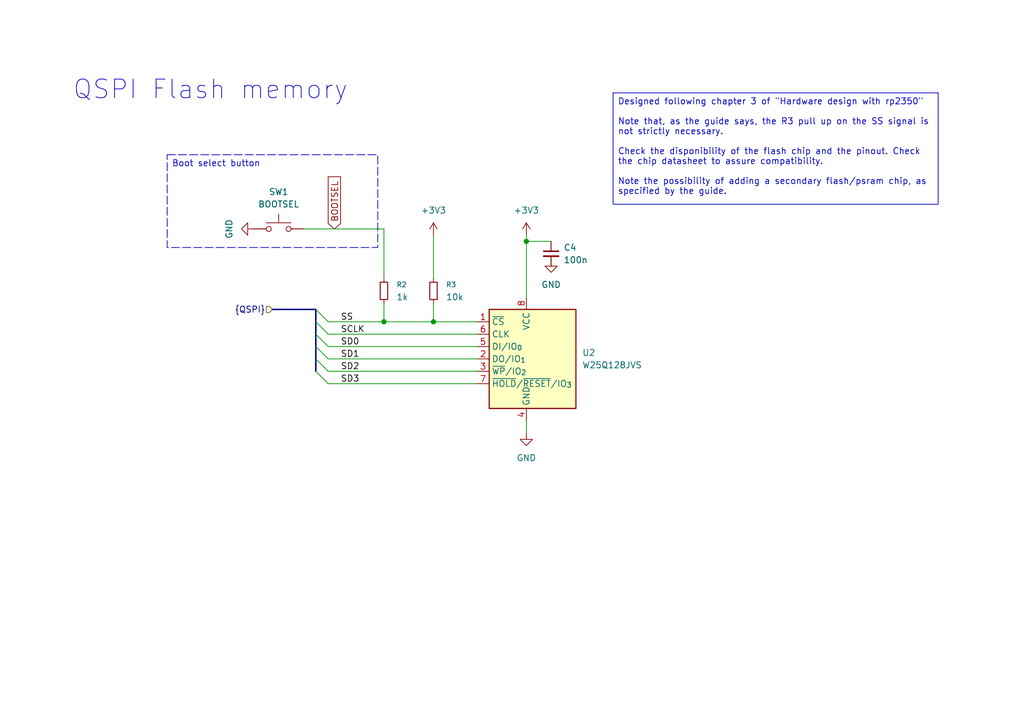
<source format=kicad_sch>
(kicad_sch (version 20250114) (generator "eeschema") (generator_version "9.0")
  (paper "A5")
  (title_block (title "Training Academy Board ") (date "2025-09-11") (rev "1.0") (company "Sapienza Rocket Team"))
  (lib_symbols
    (symbol "Device:C_Small" (pin_numbers (hide yes)) (pin_names (offset 0.254) (hide yes))
      (property "Reference" "C" (at 0.254 1.778 0))
      (property "Value" "C_Small" (at 0.254 -2.032 0))
      (symbol "C_Small_0_1"
        (polyline (pts (xy -1.524 0.508) (xy 1.524 0.508)) (stroke (width 0.3048)))
        (polyline (pts (xy -1.524 -0.508) (xy 1.524 -0.508)) (stroke (width 0.3302)))
      )
      (symbol "C_Small_1_1"
        (pin passive line (at 0 2.54 270) (length 2.032) (name "~") (number "1"))
        (pin passive line (at 0 -2.54 90) (length 2.032) (name "~") (number "2"))
      )
    )
    (symbol "Device:R_Small" (pin_numbers (hide yes)) (pin_names (offset 0.254) (hide yes))
      (property "Reference" "R" (at 0 0 90))
      (property "Value" "R_Small" (at 1.778 0 90))
      (symbol "R_Small_0_1"
        (rectangle (start -0.762 1.778) (end 0.762 -1.778) (stroke (width 0.2032)))
      )
      (symbol "R_Small_1_1"
        (pin passive line (at 0 2.54 270) (length 0.762) (name "~") (number "1"))
        (pin passive line (at 0 -2.54 90) (length 0.762) (name "~") (number "2"))
      )
    )
    (symbol "Memory_Flash:W25Q128JVS"
      (property "Reference" "U" (at -6.35 11.43 0))
      (property "Value" "W25Q128JVS" (at 7.62 11.43 0))
      (symbol "W25Q128JVS_0_1"
        (rectangle (start -7.62 10.16) (end 10.16 -10.16) (stroke (width 0.254)) (fill (type background)))
      )
      (symbol "W25Q128JVS_1_1"
        (pin input line (at -10.16 7.62 0) (length 2.54) (name "~{CS}") (number "1"))
        (pin input line (at -10.16 5.08 0) (length 2.54) (name "CLK") (number "6"))
        (pin bidirectional line (at -10.16 2.54 0) (length 2.54) (name "DI/IO_{0}") (number "5"))
        (pin bidirectional line (at -10.16 0 0) (length 2.54) (name "DO/IO_{1}") (number "2"))
        (pin bidirectional line (at -10.16 -2.54 0) (length 2.54) (name "~{WP}/IO_{2}") (number "3"))
        (pin bidirectional line (at -10.16 -5.08 0) (length 2.54) (name "~{HOLD}/~{RESET}/IO_{3}") (number "7"))
        (pin power_in line (at 0 12.7 270) (length 2.54) (name "VCC") (number "8"))
        (pin power_in line (at 0 -12.7 90) (length 2.54) (name "GND") (number "4"))
      )
    )
    (symbol "Switch:SW_Push" (pin_numbers (hide yes)) (pin_names (offset 1.016) (hide yes))
      (property "Reference" "SW" (at 1.27 2.54 0))
      (property "Value" "SW_Push" (at 0 -1.524 0))
      (symbol "SW_Push_0_1"
        (circle (center -2.032 0) (radius 0.508))
        (polyline (pts (xy 0 1.27) (xy 0 3.048)))
        (circle (center 2.032 0) (radius 0.508))
        (polyline (pts (xy 2.54 1.27) (xy -2.54 1.27)))
        (pin passive line (at -5.08 0 0) (length 2.54) (name "1") (number "1"))
        (pin passive line (at 5.08 0 180) (length 2.54) (name "2") (number "2"))
      )
    )
    (symbol "power:+3.3V" (power) (pin_numbers (hide yes)) (pin_names (offset 0) (hide yes))
      (property "Value" "+3.3V" (at 0 3.556 0))
      (symbol "+3.3V_0_1"
        (polyline (pts (xy -0.762 1.27) (xy 0 2.54)))
        (polyline (pts (xy 0 2.54) (xy 0.762 1.27)))
        (polyline (pts (xy 0 0) (xy 0 2.54)))
      )
      (symbol "+3.3V_1_1"
        (pin power_in line (at 0 0 90) (length 0) (name "~") (number "1"))
      )
    )
    (symbol "power:GND" (power) (pin_numbers (hide yes)) (pin_names (offset 0) (hide yes))
      (property "Value" "GND" (at 0 -3.81 0))
      (symbol "GND_0_1"
        (polyline (pts (xy 0 0) (xy 0 -1.27) (xy 1.27 -1.27) (xy 0 -2.54) (xy -1.27 -1.27) (xy 0 -1.27)))
      )
      (symbol "GND_1_1"
        (pin power_in line (at 0 0 270) (length 0) (name "~") (number "1"))
      )
    )
  )
  (text "QSPI Flash memory\n" (at 43.18 18.542 0) (effects (font (size 3.81 3.81))))
  (text_box "Boot select button\n" (at 34.29 31.75 0) (size 43.18 19.05) (margins 0.9525 0.9525 0.9525 0.9525) (stroke (width 0) (type dash)) (effects (font (size 1.27 1.27)) (justify left top)))
  (text_box "Designed following chapter 3 of \"Hardware design with rp2350\"\n\nNote that, as the guide says, the R3 pull up on the SS signal is not strictly necessary.\n\nCheck the disponibility of the flash chip and the pinout. Check the chip datasheet to assure compatibility.\n\nNote the possibility of adding a secondary flash/psram chip, as specified by the guide." (at 125.73 19.05 0) (size 66.675 22.86) (margins 0.9525 0.9525 0.9525 0.9525) (effects (font (size 1.27 1.27)) (justify left top)))
  (junction (at 78.74 66.04))
  (junction (at 107.95 49.53))
  (junction (at 88.9 66.04))
  (bus_entry (at 64.77 76.2) (size 2.54 2.54))
  (bus_entry (at 64.77 71.12) (size 2.54 2.54))
  (bus_entry (at 64.77 66.04) (size 2.54 2.54))
  (bus_entry (at 64.77 68.58) (size 2.54 2.54))
  (bus_entry (at 64.77 73.66) (size 2.54 2.54))
  (bus_entry (at 64.77 63.5) (size 2.54 2.54))
  (wire (pts (xy 78.74 66.04) (xy 88.9 66.04)))
  (wire (pts (xy 67.31 71.12) (xy 97.79 71.12)))
  (wire (pts (xy 67.31 73.66) (xy 97.79 73.66)))
  (wire (pts (xy 67.31 68.58) (xy 97.79 68.58)))
  (bus (pts (xy 64.77 73.66) (xy 64.77 71.12)))
  (wire (pts (xy 67.31 76.2) (xy 97.79 76.2)))
  (bus (pts (xy 64.77 63.5) (xy 64.77 66.04)))
  (wire (pts (xy 113.03 53.34) (xy 113.03 54.61)))
  (wire (pts (xy 88.9 62.23) (xy 88.9 66.04)))
  (bus (pts (xy 64.77 76.2) (xy 64.77 73.66)))
  (wire (pts (xy 62.23 46.99) (xy 78.74 46.99)))
  (wire (pts (xy 67.31 66.04) (xy 78.74 66.04)))
  (wire (pts (xy 88.9 66.04) (xy 97.79 66.04)))
  (wire (pts (xy 78.74 46.99) (xy 78.74 57.15)))
  (wire (pts (xy 88.9 48.26) (xy 88.9 57.15)))
  (wire (pts (xy 107.95 88.9) (xy 107.95 86.36)))
  (wire (pts (xy 67.31 78.74) (xy 97.79 78.74)))
  (bus (pts (xy 64.77 71.12) (xy 64.77 68.58)))
  (bus (pts (xy 64.77 68.58) (xy 64.77 66.04)))
  (wire (pts (xy 78.74 62.23) (xy 78.74 66.04)))
  (wire (pts (xy 107.95 48.26) (xy 107.95 49.53)))
  (wire (pts (xy 107.95 49.53) (xy 107.95 60.96)))
  (wire (pts (xy 107.95 49.53) (xy 113.03 49.53)))
  (bus (pts (xy 55.88 63.5) (xy 64.77 63.5)))
  (label "SS" (at 69.85 66.04 0))
  (label "SD0" (at 69.85 71.12 0))
  (label "SD1" (at 69.85 73.66 0))
  (label "SD2" (at 69.85 76.2 0))
  (label "SD3" (at 69.85 78.74 0))
  (label "SCLK" (at 69.85 68.58 0))
  (global_label "BOOTSEL" (shape input) (at 68.58 46.99 90) (property "Intersheetrefs" "${INTERSHEET_REFS}" (effects (hide yes))))
  (hierarchical_label "{QSPI}" (shape input) (at 55.88 63.5 180))
  (symbol (lib_id "power:+3.3V") (at 88.9 48.26 0) (unit 1)
    (property "Reference" "#PWR012" (effects (hide yes)))
    (property "Value" "+3V3" (at 88.9 43.18 0))
    (property "Description" "Power symbol creates a global label with name \"+3V3\"" (effects (hide yes)))
  )
  (symbol (lib_id "power:GND") (at 107.95 88.9 0) (unit 1)
    (property "Reference" "#PWR09" (effects (hide yes)))
    (property "Value" "GND" (at 107.95 93.98 0))
    (property "Description" "Power symbol creates a global label with name \"GND\" , ground" (effects (hide yes)))
  )
  (symbol (lib_id "Device:R_Small") (at 78.74 59.69 0) (unit 1)
    (property "Reference" "R2" (at 81.28 58.4199 0) (effects (font (size 1.016 1.016)) (justify left)))
    (property "Value" "1k" (at 81.28 60.9599 0) (effects (justify left)))
    (property "Footprint" "Resistor_SMD:R_0603_1608Metric_Pad0.98x0.95mm_HandSolder" (effects (hide yes)))
    (property "Description" "Resistor, small symbol" (effects (hide yes)))
  )
  (symbol (lib_id "power:+3.3V") (at 107.95 48.26 0) (unit 1)
    (property "Reference" "#PWR08" (effects (hide yes)))
    (property "Value" "+3V3" (at 107.95 43.18 0))
    (property "Description" "Power symbol creates a global label with name \"+3V3\"" (effects (hide yes)))
  )
  (symbol (lib_id "Device:C_Small") (at 113.03 52.07 0) (unit 1)
    (property "Reference" "C4" (at 115.57 50.8062 0) (effects (justify left)))
    (property "Value" "100n" (at 115.57 53.3462 0) (effects (justify left)))
    (property "Footprint" "Capacitor_SMD:C_0603_1608Metric_Pad1.08x0.95mm_HandSolder" (effects (hide yes)))
    (property "Description" "Unpolarized capacitor, small symbol" (effects (hide yes)))
  )
  (symbol (lib_id "Device:R_Small") (at 88.9 59.69 0) (unit 1)
    (property "Reference" "R3" (at 91.44 58.4199 0) (effects (font (size 1.016 1.016)) (justify left)))
    (property "Value" "10k" (at 91.44 60.9599 0) (effects (justify left)))
    (property "Footprint" "Resistor_SMD:R_0603_1608Metric_Pad0.98x0.95mm_HandSolder" (effects (hide yes)))
    (property "Description" "Resistor, small symbol" (effects (hide yes)))
  )
  (symbol (lib_id "Switch:SW_Push") (at 57.15 46.99 0) (unit 1)
    (property "Reference" "SW1" (at 57.15 39.37 0))
    (property "Value" "BOOTSEL" (at 57.15 41.91 0))
    (property "Footprint" "TSB008:TSB008" (effects (hide yes)))
    (property "Description" "Push button switch, generic, two pins" (effects (hide yes)))
  )
  (symbol (lib_id "power:GND") (at 52.07 46.99 270) (unit 1)
    (property "Reference" "#PWR011" (effects (hide yes)))
    (property "Value" "GND" (at 46.99 46.99 0))
    (property "Description" "Power symbol creates a global label with name \"GND\" , ground" (effects (hide yes)))
  )
  (symbol (lib_id "Memory_Flash:W25Q128JVS") (at 107.95 73.66 0) (unit 1)
    (property "Reference" "U2" (at 119.38 72.3899 0) (effects (justify left)))
    (property "Value" "W25Q128JVS" (at 119.38 74.9299 0) (effects (justify left)))
    (property "Footprint" "Package_SO:SOIC-8_5.3x5.3mm_P1.27mm" (effects (hide yes)))
    (property "Datasheet" "https://www.winbond.com/resource-files/w25q128jv_dtr%20revc%2003272018%20plus.pdf" (effects (hide yes)))
    (property "Description" "128Mbit / 16MiB Serial Flash Memory, Standard/Dual/Quad SPI, 2.7-3.6V, SOIC-8" (effects (hide yes)))
  )
  (symbol (lib_id "power:GND") (at 113.03 53.34 0) (unit 1)
    (property "Reference" "#PWR010" (effects (hide yes)))
    (property "Value" "GND" (at 113.03 58.42 0))
    (property "Description" "Power symbol creates a global label with name \"GND\" , ground" (effects (hide yes)))
  )
)
</source>
